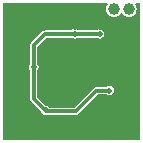
<source format=gbl>
G04*
G04 #@! TF.GenerationSoftware,Altium Limited,Altium Designer,19.0.15 (446)*
G04*
G04 Layer_Physical_Order=6*
G04 Layer_Color=16711680*
%FSLAX24Y24*%
%MOIN*%
G70*
G01*
G75*
%ADD38C,0.0394*%
%ADD39C,0.0197*%
%ADD41C,0.0118*%
G36*
X2183Y-2537D02*
X-2360D01*
Y2006D01*
X1089D01*
X1113Y1956D01*
X1101Y1940D01*
X1075Y1878D01*
X1067Y1811D01*
X1075Y1744D01*
X1101Y1682D01*
X1142Y1629D01*
X1196Y1587D01*
X1258Y1562D01*
X1325Y1553D01*
X1392Y1562D01*
X1454Y1587D01*
X1507Y1629D01*
X1548Y1682D01*
X1601D01*
X1642Y1629D01*
X1696Y1587D01*
X1758Y1562D01*
X1825Y1553D01*
X1892Y1562D01*
X1954Y1587D01*
X2007Y1629D01*
X2048Y1682D01*
X2074Y1744D01*
X2083Y1811D01*
X2074Y1878D01*
X2048Y1940D01*
X2036Y1956D01*
X2061Y2006D01*
X2183D01*
Y-2537D01*
D02*
G37*
%LPC*%
G36*
X846Y1145D02*
X785Y1133D01*
X743Y1105D01*
X113D01*
X71Y1133D01*
X10Y1145D01*
X-52Y1133D01*
X-93Y1105D01*
X-974D01*
X-974Y1105D01*
X-1020Y1096D01*
X-1060Y1069D01*
X-1060Y1069D01*
X-1433Y696D01*
X-1459Y657D01*
X-1468Y611D01*
X-1468Y611D01*
Y-24D01*
X-1496Y-65D01*
X-1509Y-127D01*
X-1496Y-188D01*
X-1468Y-230D01*
Y-1182D01*
X-1468Y-1182D01*
X-1459Y-1228D01*
X-1433Y-1267D01*
X-1110Y-1589D01*
X-1103Y-1626D01*
X-1068Y-1679D01*
X-1016Y-1713D01*
X-955Y-1726D01*
X-901Y-1715D01*
X49D01*
X49Y-1715D01*
X95Y-1706D01*
X134Y-1680D01*
X788Y-1026D01*
X1068D01*
X1110Y-1054D01*
X1171Y-1066D01*
X1232Y-1054D01*
X1285Y-1019D01*
X1319Y-967D01*
X1332Y-905D01*
X1319Y-844D01*
X1285Y-792D01*
X1232Y-757D01*
X1171Y-745D01*
X1110Y-757D01*
X1068Y-785D01*
X738D01*
X738Y-785D01*
X692Y-794D01*
X653Y-820D01*
X653Y-820D01*
X-1Y-1474D01*
X-826D01*
X-841Y-1451D01*
X-893Y-1417D01*
X-955Y-1404D01*
X-955Y-1404D01*
X-1228Y-1132D01*
Y-230D01*
X-1200Y-188D01*
X-1187Y-127D01*
X-1200Y-65D01*
X-1228Y-24D01*
Y561D01*
X-925Y864D01*
X-93D01*
X-52Y836D01*
X10Y824D01*
X71Y836D01*
X113Y864D01*
X743D01*
X785Y836D01*
X846Y824D01*
X908Y836D01*
X960Y871D01*
X995Y923D01*
X1007Y984D01*
X995Y1046D01*
X960Y1098D01*
X908Y1133D01*
X846Y1145D01*
D02*
G37*
%LPD*%
D38*
X1825Y1811D02*
D03*
X1325D02*
D03*
D39*
X-1585Y1083D02*
D03*
X-1969Y285D02*
D03*
X-1112Y1890D02*
D03*
X-974Y-2057D02*
D03*
X394Y-2411D02*
D03*
X157Y-2096D02*
D03*
X-167Y-1319D02*
D03*
X-364Y-2421D02*
D03*
X394Y-1624D02*
D03*
X915Y1890D02*
D03*
X-1783Y1890D02*
D03*
X-2234Y-2421D02*
D03*
X-2244Y1890D02*
D03*
Y1368D02*
D03*
X-2244Y778D02*
D03*
Y-98D02*
D03*
X-974Y-2421D02*
D03*
X2067Y-2421D02*
D03*
X2067Y-1093D02*
D03*
X1004Y-2421D02*
D03*
X974Y-1870D02*
D03*
X1752Y-1419D02*
D03*
X1427Y453D02*
D03*
X-955Y-1565D02*
D03*
X157Y20D02*
D03*
X-20Y-157D02*
D03*
X1535Y-709D02*
D03*
X1171Y-905D02*
D03*
X2067Y797D02*
D03*
X-817Y600D02*
D03*
X1722Y-389D02*
D03*
X2067Y249D02*
D03*
X2047Y-389D02*
D03*
X1722Y249D02*
D03*
X1148Y190D02*
D03*
X924Y-303D02*
D03*
X1440Y-380D02*
D03*
X-1348Y-127D02*
D03*
X846Y984D02*
D03*
X10D02*
D03*
X10Y1228D02*
D03*
X846D02*
D03*
X-1949Y-1181D02*
D03*
X-650Y1890D02*
D03*
D41*
X-1348Y-1182D02*
X-935Y-1594D01*
X-974Y984D02*
X10D01*
X817D01*
X-1348Y-127D02*
Y611D01*
X-974Y984D01*
X-1348Y-1182D02*
Y-127D01*
X-935Y-1594D02*
X49D01*
X738Y-905D01*
X1171D01*
M02*

</source>
